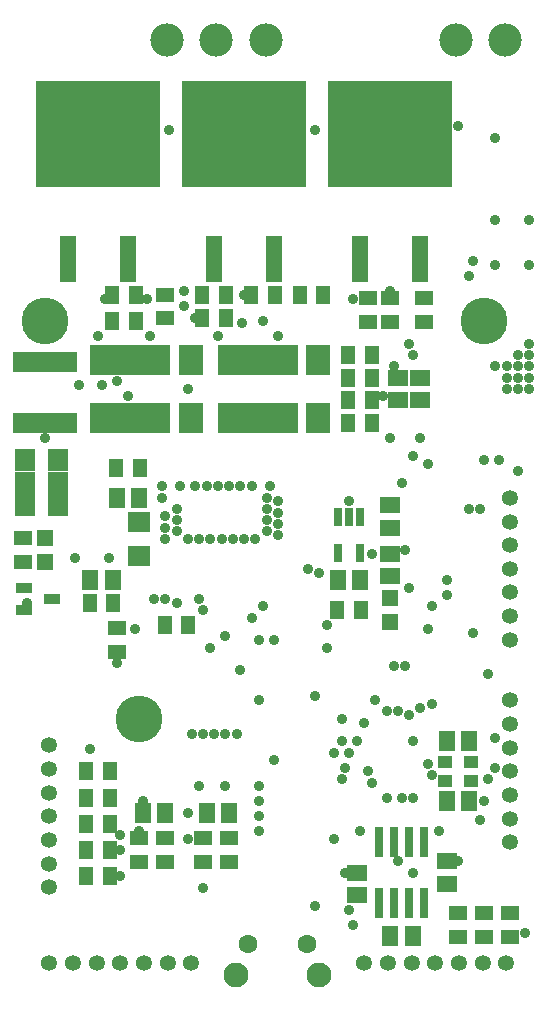
<source format=gbs>
G75*
%MOIN*%
%OFA0B0*%
%FSLAX25Y25*%
%IPPOS*%
%LPD*%
%AMOC8*
5,1,8,0,0,1.08239X$1,22.5*
%
%ADD10C,0.15600*%
%ADD11R,0.05718X0.06506*%
%ADD12R,0.06506X0.05718*%
%ADD13R,0.07698X0.06899*%
%ADD14C,0.06309*%
%ADD15C,0.08277*%
%ADD16R,0.05324X0.05324*%
%ADD17R,0.41200X0.35700*%
%ADD18R,0.05800X0.15200*%
%ADD19R,0.06112X0.04931*%
%ADD20R,0.04931X0.06112*%
%ADD21R,0.26584X0.10206*%
%ADD22R,0.08041X0.10206*%
%ADD23R,0.02962X0.06309*%
%ADD24R,0.02962X0.06112*%
%ADD25R,0.02800X0.10443*%
%ADD26R,0.04537X0.04261*%
%ADD27R,0.05718X0.03750*%
%ADD28C,0.05324*%
%ADD29C,0.11100*%
%ADD30R,0.06899X0.07687*%
%ADD31R,0.21500X0.07000*%
%ADD32C,0.03553*%
D10*
X0063929Y0103050D03*
X0032679Y0235550D03*
X0178929Y0235550D03*
D11*
X0137669Y0149300D03*
X0130189Y0149300D03*
X0166439Y0095550D03*
X0173919Y0095550D03*
X0173919Y0075550D03*
X0166439Y0075550D03*
X0155169Y0030550D03*
X0147689Y0030550D03*
X0093919Y0071800D03*
X0086439Y0071800D03*
X0072669Y0071800D03*
X0065189Y0071800D03*
X0055169Y0149300D03*
X0047689Y0149300D03*
X0056439Y0176800D03*
X0063919Y0176800D03*
D12*
X0147679Y0174290D03*
X0147679Y0166810D03*
X0147679Y0158040D03*
X0147679Y0150560D03*
X0150179Y0209310D03*
X0150179Y0216790D03*
X0157679Y0216790D03*
X0157679Y0209310D03*
X0166429Y0055540D03*
X0166429Y0048060D03*
X0136429Y0051790D03*
X0136429Y0044310D03*
D13*
X0063929Y0157452D03*
X0063929Y0168648D03*
D14*
X0100336Y0028130D03*
X0120021Y0028130D03*
D15*
X0123958Y0017500D03*
X0096399Y0017500D03*
D16*
X0147679Y0135166D03*
X0147679Y0143434D03*
X0032679Y0155166D03*
X0032679Y0163434D03*
D17*
X0050179Y0298100D03*
X0098929Y0298100D03*
X0147679Y0298100D03*
D18*
X0157679Y0256337D03*
X0137679Y0256337D03*
X0108929Y0256337D03*
X0088929Y0256337D03*
X0060179Y0256337D03*
X0040179Y0256337D03*
D19*
X0072679Y0244487D03*
X0072679Y0236613D03*
X0025179Y0163237D03*
X0025179Y0155363D03*
X0056429Y0133237D03*
X0056429Y0125363D03*
X0063929Y0063237D03*
X0063929Y0055363D03*
X0072679Y0055363D03*
X0072679Y0063237D03*
X0085179Y0063237D03*
X0085179Y0055363D03*
X0093929Y0055363D03*
X0093929Y0063237D03*
X0170179Y0038237D03*
X0170179Y0030363D03*
X0178929Y0030363D03*
X0178929Y0038237D03*
X0187679Y0038237D03*
X0187679Y0030363D03*
X0158929Y0235363D03*
X0158929Y0243237D03*
X0147679Y0243237D03*
X0140179Y0243237D03*
X0140179Y0235363D03*
X0147679Y0235363D03*
D20*
X0141616Y0224300D03*
X0141616Y0216800D03*
X0141616Y0209300D03*
X0141616Y0201800D03*
X0133742Y0201800D03*
X0133742Y0209300D03*
X0133742Y0216800D03*
X0133742Y0224300D03*
X0125366Y0244300D03*
X0117492Y0244300D03*
X0109116Y0244300D03*
X0101242Y0244300D03*
X0092866Y0244300D03*
X0092866Y0236800D03*
X0084992Y0236800D03*
X0084992Y0244300D03*
X0062866Y0244300D03*
X0054992Y0244300D03*
X0054992Y0235550D03*
X0062866Y0235550D03*
X0064116Y0186800D03*
X0056242Y0186800D03*
X0055366Y0141800D03*
X0047492Y0141800D03*
X0072492Y0134300D03*
X0080366Y0134300D03*
X0054116Y0085550D03*
X0054116Y0076800D03*
X0054116Y0068050D03*
X0054116Y0059300D03*
X0054116Y0050550D03*
X0046242Y0050550D03*
X0046242Y0059300D03*
X0046242Y0068050D03*
X0046242Y0076800D03*
X0046242Y0085550D03*
X0129992Y0139300D03*
X0137866Y0139300D03*
D21*
X0103437Y0203286D03*
X0103437Y0222814D03*
X0060937Y0222814D03*
X0060937Y0203286D03*
D22*
X0081153Y0203286D03*
X0081153Y0222814D03*
X0123653Y0222814D03*
X0123653Y0203286D03*
D23*
X0130189Y0170402D03*
X0133929Y0170402D03*
X0137669Y0158198D03*
X0130189Y0158198D03*
D24*
X0137669Y0170402D03*
D25*
X0143929Y0062036D03*
X0148929Y0062036D03*
X0153929Y0062036D03*
X0158929Y0062036D03*
X0158929Y0041564D03*
X0153929Y0041564D03*
X0148929Y0041564D03*
X0143929Y0041564D03*
D26*
X0165848Y0082400D03*
X0165848Y0088700D03*
X0174510Y0088700D03*
X0174510Y0082400D03*
D27*
X0034903Y0143050D03*
X0025454Y0139310D03*
X0025454Y0146790D03*
D28*
X0034057Y0021800D03*
X0041931Y0021800D03*
X0049805Y0021800D03*
X0057679Y0021800D03*
X0065553Y0021800D03*
X0073427Y0021800D03*
X0081301Y0021800D03*
X0033929Y0046928D03*
X0033929Y0054802D03*
X0033929Y0062676D03*
X0033929Y0070550D03*
X0033929Y0078424D03*
X0033929Y0086298D03*
X0033929Y0094172D03*
X0139057Y0021800D03*
X0146931Y0021800D03*
X0154805Y0021800D03*
X0162679Y0021800D03*
X0170553Y0021800D03*
X0178427Y0021800D03*
X0186301Y0021800D03*
X0187679Y0061928D03*
X0187679Y0069802D03*
X0187679Y0077676D03*
X0187679Y0085550D03*
X0187679Y0093424D03*
X0187679Y0101298D03*
X0187679Y0109172D03*
X0187679Y0129428D03*
X0187679Y0137302D03*
X0187679Y0145176D03*
X0187679Y0153050D03*
X0187679Y0160924D03*
X0187679Y0168798D03*
X0187679Y0176672D03*
D29*
X0185929Y0329250D03*
X0169429Y0329250D03*
X0106179Y0329250D03*
X0089679Y0329250D03*
X0073179Y0329250D03*
D30*
X0036941Y0189300D03*
X0036941Y0181800D03*
X0036941Y0174300D03*
X0025917Y0174300D03*
X0025917Y0181800D03*
X0025917Y0189300D03*
D31*
X0032679Y0201600D03*
X0032679Y0222000D03*
D32*
X0041429Y0223050D03*
X0043929Y0214300D03*
X0051429Y0214300D03*
X0056429Y0215550D03*
X0060179Y0210550D03*
X0067679Y0230550D03*
X0066429Y0243050D03*
X0078929Y0240550D03*
X0078929Y0245550D03*
X0082679Y0236800D03*
X0090179Y0230550D03*
X0098319Y0234940D03*
X0105179Y0235550D03*
X0110179Y0230550D03*
X0098929Y0244300D03*
X0080179Y0213050D03*
X0082679Y0180550D03*
X0086429Y0180550D03*
X0090179Y0180550D03*
X0093929Y0180550D03*
X0097679Y0180550D03*
X0101429Y0180550D03*
X0106429Y0176800D03*
X0106429Y0173050D03*
X0106429Y0169300D03*
X0106429Y0165550D03*
X0110179Y0164300D03*
X0110179Y0168050D03*
X0110179Y0171800D03*
X0110179Y0175550D03*
X0107679Y0180550D03*
X0102679Y0163050D03*
X0098929Y0163050D03*
X0095179Y0163050D03*
X0091429Y0163050D03*
X0087679Y0163050D03*
X0083929Y0163050D03*
X0080179Y0163050D03*
X0076429Y0165550D03*
X0076429Y0169300D03*
X0076429Y0173050D03*
X0072679Y0170550D03*
X0072679Y0166800D03*
X0072679Y0163050D03*
X0071429Y0176800D03*
X0071429Y0180550D03*
X0077679Y0180550D03*
X0053840Y0156800D03*
X0042679Y0156800D03*
X0026429Y0141800D03*
X0025917Y0174300D03*
X0025917Y0181800D03*
X0025917Y0189300D03*
X0032679Y0196800D03*
X0050179Y0230550D03*
X0052679Y0243050D03*
X0043929Y0298050D03*
X0043929Y0301800D03*
X0040179Y0301800D03*
X0040179Y0298050D03*
X0036429Y0298050D03*
X0036429Y0301800D03*
X0033929Y0305550D03*
X0033929Y0309300D03*
X0046429Y0309300D03*
X0046429Y0305550D03*
X0073929Y0299300D03*
X0082679Y0305550D03*
X0082679Y0309300D03*
X0085179Y0301800D03*
X0088929Y0301800D03*
X0092679Y0301800D03*
X0092679Y0298050D03*
X0088929Y0298050D03*
X0085179Y0298050D03*
X0095179Y0305550D03*
X0095179Y0309300D03*
X0122679Y0299300D03*
X0131429Y0306800D03*
X0131429Y0310550D03*
X0133929Y0301800D03*
X0137679Y0301800D03*
X0141429Y0301800D03*
X0141429Y0298050D03*
X0137679Y0298050D03*
X0133929Y0298050D03*
X0143929Y0306800D03*
X0143929Y0310550D03*
X0170179Y0300550D03*
X0182679Y0296800D03*
X0182679Y0269300D03*
X0175179Y0255550D03*
X0173929Y0250550D03*
X0182679Y0254300D03*
X0193929Y0254300D03*
X0193929Y0269300D03*
X0193929Y0228050D03*
X0193929Y0224300D03*
X0193929Y0220550D03*
X0193929Y0216800D03*
X0193929Y0213050D03*
X0190179Y0213050D03*
X0190179Y0216800D03*
X0190179Y0220550D03*
X0190179Y0224300D03*
X0186429Y0220550D03*
X0186429Y0216800D03*
X0186429Y0213050D03*
X0182679Y0220550D03*
X0183929Y0189300D03*
X0178929Y0189300D03*
X0190179Y0185550D03*
X0177679Y0173050D03*
X0173929Y0173050D03*
X0166429Y0149300D03*
X0166429Y0144300D03*
X0161429Y0140550D03*
X0160179Y0133050D03*
X0152679Y0120550D03*
X0148929Y0120550D03*
X0142679Y0109300D03*
X0146429Y0105550D03*
X0150179Y0105550D03*
X0153929Y0104300D03*
X0157679Y0106800D03*
X0161429Y0108050D03*
X0155179Y0095550D03*
X0160179Y0088050D03*
X0161429Y0084300D03*
X0155179Y0076800D03*
X0151429Y0076800D03*
X0146429Y0076800D03*
X0141429Y0081800D03*
X0140179Y0085550D03*
X0132679Y0086800D03*
X0131429Y0083050D03*
X0133929Y0091800D03*
X0136429Y0095550D03*
X0131429Y0095550D03*
X0128929Y0091800D03*
X0131429Y0103050D03*
X0138929Y0101800D03*
X0126429Y0126800D03*
X0126429Y0134300D03*
X0123929Y0151800D03*
X0120179Y0153050D03*
X0105179Y0140550D03*
X0101429Y0136800D03*
X0103929Y0129300D03*
X0108929Y0129300D03*
X0097679Y0119300D03*
X0103929Y0109300D03*
X0096429Y0098050D03*
X0092679Y0098050D03*
X0088929Y0098050D03*
X0085179Y0098050D03*
X0081429Y0098050D03*
X0083929Y0080550D03*
X0080179Y0071800D03*
X0080179Y0063050D03*
X0085179Y0046800D03*
X0103929Y0065550D03*
X0103929Y0070550D03*
X0103929Y0075550D03*
X0103929Y0080550D03*
X0108929Y0089300D03*
X0122679Y0110550D03*
X0092679Y0130550D03*
X0087679Y0126800D03*
X0085179Y0139300D03*
X0083929Y0143050D03*
X0076429Y0141800D03*
X0072679Y0143050D03*
X0068929Y0143050D03*
X0062679Y0133050D03*
X0056429Y0121800D03*
X0047679Y0093050D03*
X0065179Y0075550D03*
X0063929Y0065550D03*
X0057679Y0064300D03*
X0057679Y0059300D03*
X0057679Y0050550D03*
X0092679Y0080550D03*
X0122679Y0040550D03*
X0133929Y0039300D03*
X0135179Y0034300D03*
X0132679Y0051800D03*
X0128929Y0063050D03*
X0137679Y0065550D03*
X0150179Y0055550D03*
X0155179Y0051800D03*
X0163929Y0065550D03*
X0170179Y0055550D03*
X0177679Y0069300D03*
X0178929Y0075550D03*
X0180179Y0083050D03*
X0182679Y0086800D03*
X0182679Y0096800D03*
X0180179Y0118050D03*
X0175179Y0131800D03*
X0153929Y0146800D03*
X0152679Y0159300D03*
X0141429Y0158050D03*
X0133929Y0175550D03*
X0147679Y0196800D03*
X0155179Y0190550D03*
X0160179Y0188050D03*
X0157679Y0196800D03*
X0151429Y0181800D03*
X0145179Y0210560D03*
X0148929Y0220550D03*
X0155179Y0224300D03*
X0153929Y0228050D03*
X0147679Y0245550D03*
X0135179Y0243050D03*
X0192679Y0031800D03*
M02*

</source>
